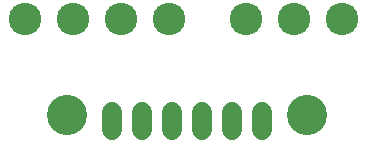
<source format=gts>
G75*
%MOIN*%
%OFA0B0*%
%FSLAX24Y24*%
%IPPOS*%
%LPD*%
%AMOC8*
5,1,8,0,0,1.08239X$1,22.5*
%
%ADD10C,0.1340*%
%ADD11C,0.1080*%
%ADD12C,0.0680*%
D10*
X004580Y001110D03*
X012580Y001110D03*
D11*
X012164Y004310D03*
X013764Y004310D03*
X010564Y004310D03*
X007980Y004310D03*
X006380Y004310D03*
X004780Y004310D03*
X003180Y004310D03*
D12*
X006080Y001210D02*
X006080Y000610D01*
X007080Y000610D02*
X007080Y001210D01*
X008080Y001210D02*
X008080Y000610D01*
X009080Y000610D02*
X009080Y001210D01*
X010080Y001210D02*
X010080Y000610D01*
X011080Y000610D02*
X011080Y001210D01*
M02*

</source>
